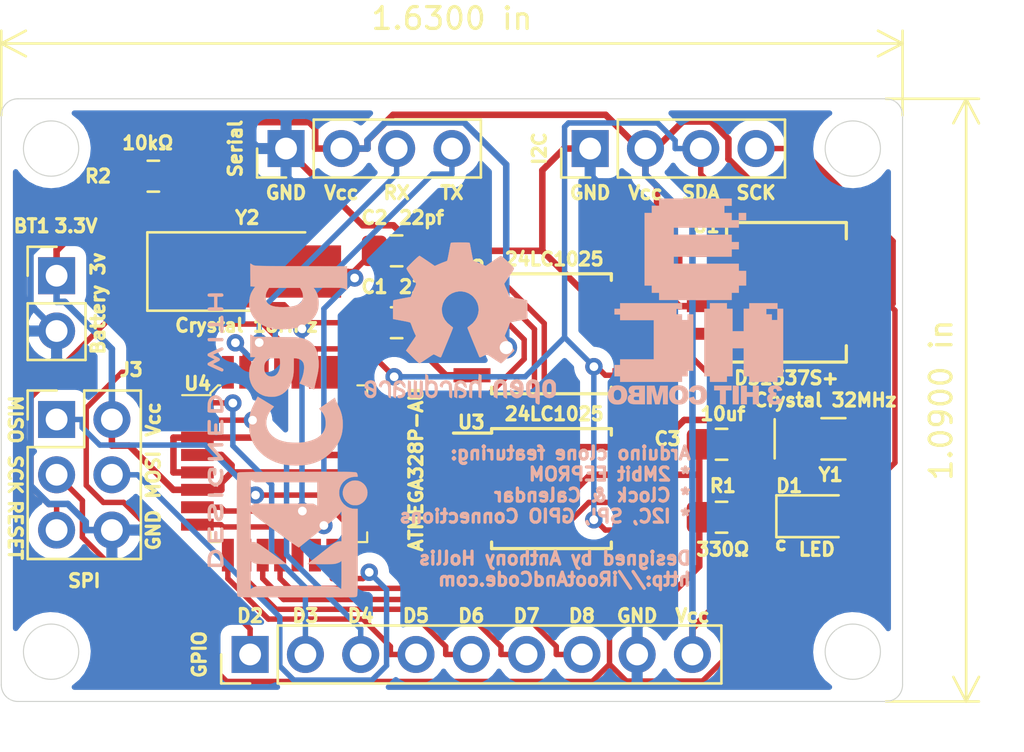
<source format=kicad_pcb>
(kicad_pcb (version 20171130) (host pcbnew "(5.1.2)-1")
  (title_block (title "Duino Clone") (date 2019-05-20) (rev 1) (company "3 Hit Combo") (comment 1 "Designed by Anthony Hollis"))
  (layers (0 F.Cu signal) (31 B.Cu mixed) (34 B.Paste user) (35 F.Paste user) (36 B.SilkS user) (37 F.SilkS user) (38 B.Mask user) (39 F.Mask user) (44 Edge.Cuts user))
  (net 0 "")
  (net 1 /Vcc)
  (net 2 GNDPWR)
  (net 3 "Net-(C1-Pad1)")
  (net 4 "Net-(C2-Pad1)")
  (net 5 "Net-(D1-Pad1)")
  (net 6 /SCK)
  (net 7 /D2)
  (net 8 /D3)
  (net 9 /D4)
  (net 10 /D5)
  (net 11 /D6)
  (net 12 /D7)
  (net 13 /D8)
  (net 14 /RX)
  (net 15 /TX)
  (net 16 /MISO)
  (net 17 /MOSI)
  (net 18 /RESET)
  (net 19 /SDA)
  (net 20 "Net-(U1-Pad1)")
  (net 21 "Net-(U1-Pad2)")
  (net 22 "Net-(U1-Pad7)")
  (net 23 /ADDS1)
  (net 24 /ADDS2)
  (net 25 "Net-(U4-Pad13)")
  (net 26 "Net-(U4-Pad14)")
  (net 27 "Net-(U4-Pad19)")
  (net 28 "Net-(U4-Pad22)")
  (net 29 "Net-(U4-Pad25)")
  (net 30 "Net-(U4-Pad26)")
  (net 31 "Net-(U4-Pad28)")
  (module Symbol:OSHW-Logo2_9.8x8mm_SilkScreen (layer B.Cu) (at 101.346 93.625715 180)
    (fp_text reference REF** hide)
    (fp_text value OSHW-Logo2_9.8x8mm_SilkScreen hide)
  )
  (module Symbol:KiCad-Logo2_6mm_SilkScreen (layer B.Cu) (at 94.107 98.553204 90)
    (fp_text reference REF** hide)
    (fp_text value KiCad-Logo2_6mm_SilkScreen hide)
  )
  (module "KiCad Graphics:3HitComboPCBLogo" (layer B.Cu) (at 112.141 92.71 180)
    (fp_text reference G*** hide)
    (fp_text value LOGO hide)
  )
  (module Connector_PinHeader_2.54mm:PinHeader_1x02_P2.54mm_Vertical (layer F.Cu) (at 82.804 91.44)
    (fp_text reference BT1 (at -1.143 -2.286) (layer F.SilkS) (effects (font (size 0.6 0.6))))
    (fp_text value "Battery 3v" (at 1.905 1.27 90) (layer F.SilkS) (effects (font (size 0.6 0.6))))
    (pad 1 thru_hole rect (at 0 0) (size 1.7 1.7) (drill 1) (layers *.Cu *.Mask) (net 1 /Vcc))
    (pad 2 thru_hole oval (at 0 2.54) (size 1.7 1.7) (drill 1) (layers *.Cu *.Mask) (net 2 GNDPWR))
  )
  (module Capacitor_SMD:C_0805_2012Metric_Pad1.15x1.40mm_HandSolder (layer F.Cu) (at 98.425 93.599)
    (fp_text reference C1 (at -1.016 -1.651) (layer F.SilkS) (effects (font (size 0.6 0.6))))
    (fp_text value 22pf (at 1.143 -1.651) (layer F.SilkS) (effects (font (size 0.6 0.6))))
    (pad 1 smd roundrect (at -1.025 0) (size 1.15 1.4) (layers F.Cu F.Paste F.Mask) (roundrect_rratio 0.217391) (net 3 "Net-(C1-Pad1)"))
    (pad 2 smd roundrect (at 1.025 0) (size 1.15 1.4) (layers F.Cu F.Paste F.Mask) (roundrect_rratio 0.217391) (net 2 GNDPWR))
  )
  (module Capacitor_SMD:C_0805_2012Metric_Pad1.15x1.40mm_HandSolder (layer F.Cu) (at 98.425 90.297)
    (fp_text reference C2 (at -1.016 -1.524) (layer F.SilkS) (effects (font (size 0.6 0.6))))
    (fp_text value 22pf (at 1.143 -1.524) (layer F.SilkS) (effects (font (size 0.6 0.6))))
    (pad 2 smd roundrect (at 1.025 0) (size 1.15 1.4) (layers F.Cu F.Paste F.Mask) (roundrect_rratio 0.217391) (net 2 GNDPWR))
    (pad 1 smd roundrect (at -1.025 0) (size 1.15 1.4) (layers F.Cu F.Paste F.Mask) (roundrect_rratio 0.217391) (net 4 "Net-(C2-Pad1)"))
  )
  (module Capacitor_SMD:C_0805_2012Metric_Pad1.15x1.40mm_HandSolder (layer F.Cu) (at 113.352 99.183 180)
    (fp_text reference C3 (at 2.481 0.25) (layer F.SilkS) (effects (font (size 0.6 0.6))))
    (fp_text value 10uf (at -0.059 1.393) (layer F.SilkS) (effects (font (size 0.6 0.6))))
    (pad 1 smd roundrect (at -1.025 0 180) (size 1.15 1.4) (layers F.Cu F.Paste F.Mask) (roundrect_rratio 0.217391) (net 1 /Vcc))
    (pad 2 smd roundrect (at 1.025 0 180) (size 1.15 1.4) (layers F.Cu F.Paste F.Mask) (roundrect_rratio 0.217391) (net 2 GNDPWR))
  )
  (module LED_SMD:LED_0805_2012Metric_Pad1.15x1.40mm_HandSolder (layer F.Cu) (at 117.729 102.489)
    (fp_text reference D1 (at -1.27 -1.397) (layer F.SilkS) (effects (font (size 0.6 0.6))))
    (fp_text value LED (at 0 1.524) (layer F.SilkS) (effects (font (size 0.6 0.6))))
    (pad 1 smd roundrect (at -1.025 0) (size 1.15 1.4) (layers F.Cu F.Paste F.Mask) (roundrect_rratio 0.217391) (net 5 "Net-(D1-Pad1)"))
    (pad 2 smd roundrect (at 1.025 0) (size 1.15 1.4) (layers F.Cu F.Paste F.Mask) (roundrect_rratio 0.217391) (net 6 /SCK))
  )
  (module Connector_PinHeader_2.54mm:PinHeader_1x09_P2.54mm_Vertical (layer F.Cu) (at 91.694 108.839 90)
    (fp_text reference GPIO (at 0 -2.33 90) (layer F.SilkS) (effects (font (size 0.6 0.6))))
    (fp_text value "Digital pins")
    (pad 1 thru_hole rect (at 0 0 90) (size 1.7 1.7) (drill 1) (layers *.Cu *.Mask) (net 7 /D2))
    (pad 2 thru_hole oval (at 0 2.54 90) (size 1.7 1.7) (drill 1) (layers *.Cu *.Mask) (net 8 /D3))
    (pad 3 thru_hole oval (at 0 5.08 90) (size 1.7 1.7) (drill 1) (layers *.Cu *.Mask) (net 9 /D4))
    (pad 4 thru_hole oval (at 0 7.62 90) (size 1.7 1.7) (drill 1) (layers *.Cu *.Mask) (net 10 /D5))
    (pad 5 thru_hole oval (at 0 10.16 90) (size 1.7 1.7) (drill 1) (layers *.Cu *.Mask) (net 11 /D6))
    (pad 6 thru_hole oval (at 0 12.7 90) (size 1.7 1.7) (drill 1) (layers *.Cu *.Mask) (net 12 /D7))
    (pad 7 thru_hole oval (at 0 15.24 90) (size 1.7 1.7) (drill 1) (layers *.Cu *.Mask) (net 13 /D8))
    (pad 8 thru_hole oval (at 0 17.78 90) (size 1.7 1.7) (drill 1) (layers *.Cu *.Mask) (net 2 GNDPWR))
    (pad 9 thru_hole oval (at 0 20.32 90) (size 1.7 1.7) (drill 1) (layers *.Cu *.Mask) (net 1 /Vcc))
  )
  (module Connector_PinHeader_2.54mm:PinHeader_1x04_P2.54mm_Vertical (layer F.Cu) (at 93.345 85.598 90)
    (fp_text reference Serial (at 0 -2.33 90) (layer F.SilkS) (effects (font (size 0.6 0.6))))
    (fp_text value Serial)
    (pad 1 thru_hole rect (at 0 0 90) (size 1.7 1.7) (drill 1) (layers *.Cu *.Mask) (net 2 GNDPWR))
    (pad 2 thru_hole oval (at 0 2.54 90) (size 1.7 1.7) (drill 1) (layers *.Cu *.Mask) (net 1 /Vcc))
    (pad 3 thru_hole oval (at 0 5.08 90) (size 1.7 1.7) (drill 1) (layers *.Cu *.Mask) (net 14 /RX))
    (pad 4 thru_hole oval (at 0 7.62 90) (size 1.7 1.7) (drill 1) (layers *.Cu *.Mask) (net 15 /TX))
  )
  (module Connector_PinHeader_2.54mm:PinHeader_2x03_P2.54mm_Vertical (layer F.Cu) (at 82.804 98.044)
    (fp_text reference J3 (at 3.429 -2.286) (layer F.SilkS) (effects (font (size 0.6 0.6))))
    (fp_text value SPI (at 1.27 7.41) (layer F.SilkS) (effects (font (size 0.6 0.6))))
    (pad 1 thru_hole rect (at 0 0) (size 1.7 1.7) (drill 1) (layers *.Cu *.Mask) (net 16 /MISO))
    (pad 2 thru_hole oval (at 2.54 0) (size 1.7 1.7) (drill 1) (layers *.Cu *.Mask) (net 1 /Vcc))
    (pad 3 thru_hole oval (at 0 2.54) (size 1.7 1.7) (drill 1) (layers *.Cu *.Mask) (net 6 /SCK))
    (pad 4 thru_hole oval (at 2.54 2.54) (size 1.7 1.7) (drill 1) (layers *.Cu *.Mask) (net 17 /MOSI))
    (pad 5 thru_hole oval (at 0 5.08) (size 1.7 1.7) (drill 1) (layers *.Cu *.Mask) (net 18 /RESET))
    (pad 6 thru_hole oval (at 2.54 5.08) (size 1.7 1.7) (drill 1) (layers *.Cu *.Mask) (net 2 GNDPWR))
  )
  (module Connector_PinHeader_2.54mm:PinHeader_1x04_P2.54mm_Vertical (layer F.Cu) (at 107.315 85.598 90)
    (fp_text reference I2C (at 0 -2.33 90) (layer F.SilkS) (effects (font (size 0.6 0.6))))
    (fp_text value I2C)
    (pad 4 thru_hole oval (at 0 7.62 90) (size 1.7 1.7) (drill 1) (layers *.Cu *.Mask) (net 6 /SCK))
    (pad 3 thru_hole oval (at 0 5.08 90) (size 1.7 1.7) (drill 1) (layers *.Cu *.Mask) (net 19 /SDA))
    (pad 2 thru_hole oval (at 0 2.54 90) (size 1.7 1.7) (drill 1) (layers *.Cu *.Mask) (net 1 /Vcc))
    (pad 1 thru_hole rect (at 0 0 90) (size 1.7 1.7) (drill 1) (layers *.Cu *.Mask) (net 2 GNDPWR))
  )
  (module Resistor_SMD:R_0805_2012Metric_Pad1.15x1.40mm_HandSolder (layer F.Cu) (at 113.352 102.534 180)
    (fp_text reference R1 (at -0.059 1.442) (layer F.SilkS) (effects (font (size 0.6 0.6))))
    (fp_text value 330Ω (at -0.059 -1.479) (layer F.SilkS) (effects (font (size 0.6 0.6))))
    (pad 1 smd roundrect (at -1.025 0 180) (size 1.15 1.4) (layers F.Cu F.Paste F.Mask) (roundrect_rratio 0.217391) (net 5 "Net-(D1-Pad1)"))
    (pad 2 smd roundrect (at 1.025 0 180) (size 1.15 1.4) (layers F.Cu F.Paste F.Mask) (roundrect_rratio 0.217391) (net 2 GNDPWR))
  )
  (module Resistor_SMD:R_0805_2012Metric_Pad1.15x1.40mm_HandSolder (layer F.Cu) (at 87.249 86.868 180)
    (fp_text reference R2 (at 2.54 0) (layer F.SilkS) (effects (font (size 0.6 0.6))))
    (fp_text value 10kΩ (at 0.254 1.524) (layer F.SilkS) (effects (font (size 0.6 0.6))))
    (pad 2 smd roundrect (at 1.025 0 180) (size 1.15 1.4) (layers F.Cu F.Paste F.Mask) (roundrect_rratio 0.217391) (net 1 /Vcc))
    (pad 1 smd roundrect (at -1.025 0 180) (size 1.15 1.4) (layers F.Cu F.Paste F.Mask) (roundrect_rratio 0.217391) (net 18 /RESET))
  )
  (module Package_SO:SO-8_5.3x6.2mm_P1.27mm (layer F.Cu) (at 116.332 92.202)
    (fp_text reference U1 (at -3.683 -3.048) (layer F.SilkS) (effects (font (size 0.6 0.6))))
    (fp_text value DS1337S+ (at 0 3.937) (layer F.SilkS) (effects (font (size 0.6 0.6))))
    (pad 1 smd rect (at -3.7 -1.905) (size 1.75 0.55) (layers F.Cu F.Paste F.Mask) (net 20 "Net-(U1-Pad1)"))
    (pad 2 smd rect (at -3.7 -0.635) (size 1.75 0.55) (layers F.Cu F.Paste F.Mask) (net 21 "Net-(U1-Pad2)"))
    (pad 3 smd rect (at -3.7 0.635) (size 1.75 0.55) (layers F.Cu F.Paste F.Mask) (net 1 /Vcc))
    (pad 4 smd rect (at -3.7 1.905) (size 1.75 0.55) (layers F.Cu F.Paste F.Mask) (net 2 GNDPWR))
    (pad 5 smd rect (at 3.7 1.905) (size 1.75 0.55) (layers F.Cu F.Paste F.Mask) (net 19 /SDA))
    (pad 6 smd rect (at 3.7 0.635) (size 1.75 0.55) (layers F.Cu F.Paste F.Mask) (net 6 /SCK))
    (pad 7 smd rect (at 3.7 -0.635) (size 1.75 0.55) (layers F.Cu F.Paste F.Mask) (net 22 "Net-(U1-Pad7)"))
    (pad 8 smd rect (at 3.7 -1.905) (size 1.75 0.55) (layers F.Cu F.Paste F.Mask) (net 1 /Vcc))
  )
  (module Package_SO:SOIJ-8_5.3x5.3mm_P1.27mm (layer F.Cu) (at 105.537 94.107)
    (fp_text reference U2 (at -3.683 -3.048) (layer F.SilkS) (effects (font (size 0.6 0.6))))
    (fp_text value 24LC1025 (at 0.127 -3.429) (layer F.SilkS) (effects (font (size 0.6 0.6))))
    (pad 1 smd rect (at -3.65 -1.905) (size 1.7 0.65) (layers F.Cu F.Paste F.Mask) (net 23 /ADDS1))
    (pad 2 smd rect (at -3.65 -0.635) (size 1.7 0.65) (layers F.Cu F.Paste F.Mask) (net 24 /ADDS2))
    (pad 3 smd rect (at -3.65 0.635) (size 1.7 0.65) (layers F.Cu F.Paste F.Mask) (net 1 /Vcc))
    (pad 4 smd rect (at -3.65 1.905) (size 1.7 0.65) (layers F.Cu F.Paste F.Mask) (net 2 GNDPWR))
    (pad 5 smd rect (at 3.65 1.905) (size 1.7 0.65) (layers F.Cu F.Paste F.Mask) (net 19 /SDA))
    (pad 6 smd rect (at 3.65 0.635) (size 1.7 0.65) (layers F.Cu F.Paste F.Mask) (net 6 /SCK))
    (pad 7 smd rect (at 3.65 -0.635) (size 1.7 0.65) (layers F.Cu F.Paste F.Mask) (net 2 GNDPWR))
    (pad 8 smd rect (at 3.65 -1.905) (size 1.7 0.65) (layers F.Cu F.Paste F.Mask) (net 1 /Vcc))
  )
  (module Package_SO:SOIJ-8_5.3x5.3mm_P1.27mm (layer F.Cu) (at 105.537 101.219)
    (fp_text reference U3 (at -3.683 -3.048) (layer F.SilkS) (effects (font (size 0.6 0.6))))
    (fp_text value 24LC1025 (at 0.127 -3.429) (layer F.SilkS) (effects (font (size 0.6 0.6))))
    (pad 8 smd rect (at 3.65 -1.905) (size 1.7 0.65) (layers F.Cu F.Paste F.Mask) (net 1 /Vcc))
    (pad 7 smd rect (at 3.65 -0.635) (size 1.7 0.65) (layers F.Cu F.Paste F.Mask) (net 2 GNDPWR))
    (pad 6 smd rect (at 3.65 0.635) (size 1.7 0.65) (layers F.Cu F.Paste F.Mask) (net 6 /SCK))
    (pad 5 smd rect (at 3.65 1.905) (size 1.7 0.65) (layers F.Cu F.Paste F.Mask) (net 19 /SDA))
    (pad 4 smd rect (at -3.65 1.905) (size 1.7 0.65) (layers F.Cu F.Paste F.Mask) (net 2 GNDPWR))
    (pad 3 smd rect (at -3.65 0.635) (size 1.7 0.65) (layers F.Cu F.Paste F.Mask) (net 1 /Vcc))
    (pad 2 smd rect (at -3.65 -0.635) (size 1.7 0.65) (layers F.Cu F.Paste F.Mask) (net 24 /ADDS2))
    (pad 1 smd rect (at -3.65 -1.905) (size 1.7 0.65) (layers F.Cu F.Paste F.Mask) (net 23 /ADDS1))
  )
  (module digikey-footprints:TQFP-32_7x7mm (layer F.Cu) (at 93.472 100.076)
    (fp_text reference U4 (at -4.191 -3.683) (layer F.SilkS) (effects (font (size 0.6 0.6))))
    (fp_text value ATMEGA328P-AU (at 5.842 0.254 90) (layer F.SilkS) (effects (font (size 0.6 0.6))))
    (pad 9 smd rect (at -2.8 4.2) (size 0.55 1.5) (layers F.Cu F.Paste F.Mask) (net 10 /D5))
    (pad 1 smd rect (at -4.2 -2.8) (size 1.5 0.55) (layers F.Cu F.Paste F.Mask) (net 8 /D3))
    (pad 2 smd rect (at -4.2 -2) (size 1.5 0.55) (layers F.Cu F.Paste F.Mask) (net 9 /D4))
    (pad 3 smd rect (at -4.2 -1.2) (size 1.5 0.55) (layers F.Cu F.Paste F.Mask) (net 2 GNDPWR))
    (pad 4 smd rect (at -4.2 -0.4) (size 1.5 0.55) (layers F.Cu F.Paste F.Mask) (net 1 /Vcc))
    (pad 5 smd rect (at -4.2 0.4) (size 1.5 0.55) (layers F.Cu F.Paste F.Mask) (net 2 GNDPWR))
    (pad 6 smd rect (at -4.2 1.2) (size 1.5 0.55) (layers F.Cu F.Paste F.Mask) (net 1 /Vcc))
    (pad 7 smd rect (at -4.2 2) (size 1.5 0.55) (layers F.Cu F.Paste F.Mask) (net 3 "Net-(C1-Pad1)"))
    (pad 8 smd rect (at -4.2 2.8) (size 1.5 0.55) (layers F.Cu F.Paste F.Mask) (net 4 "Net-(C2-Pad1)"))
    (pad 10 smd rect (at -2 4.2) (size 0.55 1.5) (layers F.Cu F.Paste F.Mask) (net 11 /D6))
    (pad 11 smd rect (at -1.2 4.2) (size 0.55 1.5) (layers F.Cu F.Paste F.Mask) (net 12 /D7))
    (pad 12 smd rect (at -0.4 4.2) (size 0.55 1.5) (layers F.Cu F.Paste F.Mask) (net 13 /D8))
    (pad 13 smd rect (at 0.4 4.2) (size 0.55 1.5) (layers F.Cu F.Paste F.Mask) (net 25 "Net-(U4-Pad13)"))
    (pad 14 smd rect (at 1.2 4.2) (size 0.55 1.5) (layers F.Cu F.Paste F.Mask) (net 26 "Net-(U4-Pad14)"))
    (pad 15 smd rect (at 2 4.2) (size 0.55 1.5) (layers F.Cu F.Paste F.Mask) (net 17 /MOSI))
    (pad 16 smd rect (at 2.8 4.2) (size 0.55 1.5) (layers F.Cu F.Paste F.Mask) (net 16 /MISO))
    (pad 17 smd rect (at 4.2 2.8) (size 1.5 0.55) (layers F.Cu F.Paste F.Mask) (net 6 /SCK))
    (pad 18 smd rect (at 4.2 2) (size 1.5 0.55) (layers F.Cu F.Paste F.Mask) (net 1 /Vcc))
    (pad 19 smd rect (at 4.2 1.2) (size 1.5 0.55) (layers F.Cu F.Paste F.Mask) (net 27 "Net-(U4-Pad19)"))
    (pad 20 smd rect (at 4.2 0.4) (size 1.5 0.55) (layers F.Cu F.Paste F.Mask) (net 1 /Vcc))
    (pad 21 smd rect (at 4.2 -0.4) (size 1.5 0.55) (layers F.Cu F.Paste F.Mask) (net 2 GNDPWR))
    (pad 22 smd rect (at 4.2 -1.2) (size 1.5 0.55) (layers F.Cu F.Paste F.Mask) (net 28 "Net-(U4-Pad22)"))
    (pad 23 smd rect (at 4.2 -2) (size 1.5 0.55) (layers F.Cu F.Paste F.Mask) (net 23 /ADDS1))
    (pad 24 smd rect (at 4.2 -2.8) (size 1.5 0.55) (layers F.Cu F.Paste F.Mask) (net 24 /ADDS2))
    (pad 25 smd rect (at 2.8 -4.2) (size 0.55 1.5) (layers F.Cu F.Paste F.Mask) (net 29 "Net-(U4-Pad25)"))
    (pad 26 smd rect (at 2 -4.2) (size 0.55 1.5) (layers F.Cu F.Paste F.Mask) (net 30 "Net-(U4-Pad26)"))
    (pad 27 smd rect (at 1.2 -4.2) (size 0.55 1.5) (layers F.Cu F.Paste F.Mask) (net 19 /SDA))
    (pad 28 smd rect (at 0.4 -4.2) (size 0.55 1.5) (layers F.Cu F.Paste F.Mask) (net 31 "Net-(U4-Pad28)"))
    (pad 29 smd rect (at -0.4 -4.2) (size 0.55 1.5) (layers F.Cu F.Paste F.Mask) (net 18 /RESET))
    (pad 30 smd rect (at -1.2 -4.2) (size 0.55 1.5) (layers F.Cu F.Paste F.Mask) (net 14 /RX))
    (pad 31 smd rect (at -2 -4.2) (size 0.55 1.5) (layers F.Cu F.Paste F.Mask) (net 15 /TX))
    (pad 32 smd rect (at -2.8 -4.2) (size 0.55 1.5) (layers F.Cu F.Paste F.Mask) (net 7 /D2))
  )
  (module Crystal:Crystal_SMD_MicroCrystal_CC7V-T1A-2Pin_3.2x1.5mm_HandSoldering (layer F.Cu) (at 118.491 98.933)
    (fp_text reference Y1 (at -0.127 1.651) (layer F.SilkS) (effects (font (size 0.6 0.6))))
    (fp_text value "Crystal 32MHz" (at -0.381 -1.778) (layer F.SilkS) (effects (font (size 0.6 0.6))))
    (pad 1 smd rect (at -1.625 0) (size 1.75 1.8) (layers F.Cu F.Paste F.Mask) (net 20 "Net-(U1-Pad1)"))
    (pad 2 smd rect (at 1.625 0) (size 1.75 1.8) (layers F.Cu F.Paste F.Mask) (net 21 "Net-(U1-Pad2)"))
  )
  (module Crystal:Crystal_SMD_5032-2Pin_5.0x3.2mm_HandSoldering (layer F.Cu) (at 91.523 91.247)
    (fp_text reference Y2 (at 0.044 -2.474) (layer F.SilkS) (effects (font (size 0.6 0.6))))
    (fp_text value "Crystal 16MHz" (at 0 2.479) (layer F.SilkS) (effects (font (size 0.6 0.6))))
    (pad 1 smd rect (at -2.6 0) (size 3.5 2.4) (layers F.Cu F.Paste F.Mask) (net 3 "Net-(C1-Pad1)"))
    (pad 2 smd rect (at 2.6 0) (size 3.5 2.4) (layers F.Cu F.Paste F.Mask) (net 4 "Net-(C2-Pad1)"))
  )
  (dimension 27.686 (width 0.12) (layer F.SilkS) (gr_text "27.686 mm" (at 125.857 97.155 270) (layer F.SilkS) (effects (font (size 1 1) (thickness 0.15)))) (feature1 (pts (xy 120.904 110.998) (xy 125.173421 110.998))) (feature2 (pts (xy 120.904 83.312) (xy 125.173421 83.312))) (crossbar (pts (xy 124.587 83.312) (xy 124.587 110.998))) (arrow1a (pts (xy 124.587 110.998) (xy 124.000579 109.871496))) (arrow1b (pts (xy 124.587 110.998) (xy 125.173421 109.871496))) (arrow2a (pts (xy 124.587 83.312) (xy 124.000579 84.438504))) (arrow2b (pts (xy 124.587 83.312) (xy 125.173421 84.438504))))
  (dimension 41.402 (width 0.12) (layer F.SilkS) (gr_text "41.402 mm" (at 100.965 79.502) (layer F.SilkS) (effects (font (size 1 1) (thickness 0.15)))) (feature1 (pts (xy 80.264 84.074) (xy 80.264 80.185579))) (feature2 (pts (xy 121.666 84.074) (xy 121.666 80.185579))) (crossbar (pts (xy 121.666 80.772) (xy 80.264 80.772))) (arrow1a (pts (xy 80.264 80.772) (xy 81.390504 80.185579))) (arrow1b (pts (xy 80.264 80.772) (xy 81.390504 81.358421))) (arrow2a (pts (xy 121.666 80.772) (xy 120.539496 80.185579))) (arrow2b (pts (xy 121.666 80.772) (xy 120.539496 81.358421))))
  (gr_text "Arduino clone featuring:\n* 2Mbit EEPROM\n* Clock & Calendar\n* I2C, SPI, GPIO Connections\n\nDesigned by Anthony Hollis\nhttp://iRootAndCode.com" (at 112.014 102.489) (layer B.SilkS) (effects (font (size 0.6 0.6)) (justify left mirror)))
  (gr_text c (at 116.078 103.759) (layer F.SilkS) (effects (font (size 0.6 0.6))))
  (gr_text Vcc (at 112.014 107.061) (layer F.SilkS) (effects (font (size 0.6 0.6))))
  (gr_text GND (at 109.474 107.061) (layer F.SilkS) (effects (font (size 0.6 0.6))))
  (gr_text D8 (at 106.934 107.061) (layer F.SilkS) (effects (font (size 0.6 0.6))))
  (gr_text D7 (at 104.394 107.061) (layer F.SilkS) (effects (font (size 0.6 0.6))))
  (gr_text D6 (at 101.854 107.061) (layer F.SilkS) (effects (font (size 0.6 0.6))))
  (gr_text D5 (at 99.314 107.061) (layer F.SilkS) (effects (font (size 0.6 0.6))))
  (gr_text D4 (at 96.774 107.061) (layer F.SilkS) (effects (font (size 0.6 0.6))))
  (gr_text D3 (at 94.234 107.061) (layer F.SilkS) (effects (font (size 0.6 0.6))))
  (gr_text D2 (at 91.694 107.061) (layer F.SilkS) (effects (font (size 0.6 0.6))))
  (gr_text RESET (at 80.899 103.124 270) (layer F.SilkS) (effects (font (size 0.6 0.6))))
  (gr_text SCK (at 80.899 100.584 270) (layer F.SilkS) (effects (font (size 0.6 0.6))))
  (gr_text MISO (at 80.899 98.044 270) (layer F.SilkS) (effects (font (size 0.6 0.6))))
  (gr_text GND (at 87.249 103.124 90) (layer F.SilkS) (effects (font (size 0.6 0.6))))
  (gr_text Vcc (at 87.249 98.044 90) (layer F.SilkS) (effects (font (size 0.6 0.6))))
  (gr_text MOSI (at 87.249 100.584 90) (layer F.SilkS) (effects (font (size 0.6 0.6))))
  (gr_text 3.3V (at 83.693 89.154) (layer F.SilkS) (effects (font (size 0.6 0.6))))
  (gr_text SCK (at 114.935 87.63) (layer F.SilkS) (effects (font (size 0.6 0.6))))
  (gr_text SDA (at 112.395 87.63) (layer F.SilkS) (effects (font (size 0.6 0.6))))
  (gr_text Vcc (at 109.855 87.63) (layer F.SilkS) (effects (font (size 0.6 0.6))))
  (gr_text GND (at 107.315 87.63) (layer F.SilkS) (effects (font (size 0.6 0.6))))
  (gr_text TX (at 100.965 87.63) (layer F.SilkS) (effects (font (size 0.6 0.6))))
  (gr_text RX (at 98.425 87.63) (layer F.SilkS) (effects (font (size 0.6 0.6))))
  (gr_text Vcc (at 95.885 87.63) (layer F.SilkS) (effects (font (size 0.6 0.6))))
  (gr_text GND (at 93.345 87.63) (layer F.SilkS) (effects (font (size 0.6 0.6))))
  (gr_circle (center 119.38 85.598) (end 118.11 85.598) (layer Edge.Cuts) (width 0.05))
  (gr_circle (center 119.38 108.712) (end 118.11 108.712) (layer Edge.Cuts) (width 0.05))
  (gr_circle (center 82.55 108.712) (end 81.28 108.712) (layer Edge.Cuts) (width 0.05))
  (gr_circle (center 82.55 85.598) (end 81.28 85.598) (layer Edge.Cuts) (width 0.05))
  (gr_line (start 121.666 110.236) (end 121.666 84.074) (layer Edge.Cuts) (width 0.05))
  (gr_line (start 81.026 110.998) (end 120.904 110.998) (layer Edge.Cuts) (width 0.05))
  (gr_line (start 80.264 84.074) (end 80.264 110.236) (layer Edge.Cuts) (width 0.05))
  (gr_line (start 120.904 83.312) (end 81.026 83.312) (layer Edge.Cuts) (width 0.05))
  (gr_arc (start 120.904 84.074) (end 121.666 84.074) (angle -90) (layer Edge.Cuts) (width 0.05))
  (gr_arc (start 120.904 110.236) (end 120.904 110.998) (angle -90) (layer Edge.Cuts) (width 0.05))
  (gr_arc (start 81.026 110.236) (end 80.264 110.236) (angle -90) (layer Edge.Cuts) (width 0.05))
  (gr_arc (start 81.026 84.074) (end 81.026 83.312) (angle -90) (layer Edge.Cuts) (width 0.05))
  (segment (start 89.272 101.276) (end 90.3723 101.276) (width 0.3) (layer F.Cu) (net 1))
  (segment (start 90.84 100.476) (end 90.3723 100.9437) (width 0.3) (layer F.Cu) (net 1))
  (segment (start 90.3723 100.9437) (end 90.3723 101.276) (width 0.3) (layer F.Cu) (net 1))
  (segment (start 90.3723 99.676) (end 90.84 100.1437) (width 0.3) (layer F.Cu) (net 1))
  (segment (start 90.84 100.1437) (end 90.84 100.476) (width 0.3) (layer F.Cu) (net 1))
  (segment (start 90.84 100.476) (end 96.5717 100.476) (width 0.3) (layer F.Cu) (net 1))
  (segment (start 85.344 98.044) (end 85.344 99.2443) (width 0.3) (layer F.Cu) (net 1))
  (segment (start 89.272 101.276) (end 88.1717 101.276) (width 0.3) (layer F.Cu) (net 1))
  (segment (start 88.1717 101.276) (end 86.14 99.2443) (width 0.3) (layer F.Cu) (net 1))
  (segment (start 86.14 99.2443) (end 85.344 99.2443) (width 0.3) (layer F.Cu) (net 1))
  (segment (start 96.5717 100.476) (end 96.5717 102.076) (width 0.3) (layer F.Cu) (net 1))
  (segment (start 97.672 102.076) (end 96.5717 102.076) (width 0.3) (layer F.Cu) (net 1))
  (segment (start 109.187 99.314) (end 110.3873 99.314) (width 0.3) (layer F.Cu) (net 1))
  (segment (start 114.182 99.378) (end 112.8708 98.0668) (width 0.3) (layer F.Cu) (net 1))
  (segment (start 112.8708 98.0668) (end 111.6345 98.0668) (width 0.3) (layer F.Cu) (net 1))
  (segment (start 111.6345 98.0668) (end 110.3873 99.314) (width 0.3) (layer F.Cu) (net 1))
  (segment (start 114.182 99.378) (end 113.352 100.208) (width 0.3) (layer F.Cu) (net 1))
  (segment (start 113.352 100.208) (end 113.352 106.3007) (width 0.3) (layer F.Cu) (net 1))
  (segment (start 113.352 106.3007) (end 112.014 107.6387) (width 0.3) (layer F.Cu) (net 1))
  (segment (start 114.377 99.183) (end 114.182 99.378) (width 0.3) (layer F.Cu) (net 1))
  (segment (start 109.855 85.598) (end 109.855 86.7983) (width 0.3) (layer B.Cu) (net 1))
  (segment (start 109.855 86.7983) (end 112.014 88.9573) (width 0.3) (layer B.Cu) (net 1))
  (segment (start 112.014 88.9573) (end 112.014 108.839) (width 0.3) (layer B.Cu) (net 1))
  (segment (start 108.887 99.314) (end 109.187 99.314) (width 0.3) (layer F.Cu) (net 1))
  (segment (start 89.272 99.676) (end 90.3723 99.676) (width 0.3) (layer F.Cu) (net 1))
  (segment (start 108.887 99.314) (end 107.9867 99.314) (width 0.3) (layer F.Cu) (net 1))
  (segment (start 103.0873 94.742) (end 103.4591 94.742) (width 0.3) (layer F.Cu) (net 1))
  (segment (start 97.0853 85.598) (end 97.0853 85.2147) (width 0.3) (layer B.Cu) (net 1))
  (segment (start 97.0853 85.2147) (end 97.9023 84.3977) (width 0.3) (layer B.Cu) (net 1))
  (segment (start 97.9023 84.3977) (end 101.5213 84.3977) (width 0.3) (layer B.Cu) (net 1))
  (segment (start 101.5213 84.3977) (end 103.4591 86.3355) (width 0.3) (layer B.Cu) (net 1))
  (segment (start 103.4591 86.3355) (end 103.4591 94.742) (width 0.3) (layer B.Cu) (net 1))
  (segment (start 109.9532 85.9748) (end 111.5713 84.3567) (width 0.3) (layer F.Cu) (net 1))
  (segment (start 111.5713 84.3567) (end 112.8636 84.3567) (width 0.3) (layer F.Cu) (net 1))
  (segment (start 112.8636 84.3567) (end 113.665 85.1581) (width 0.3) (layer F.Cu) (net 1))
  (segment (start 113.665 85.1581) (end 113.665 86.0807) (width 0.3) (layer F.Cu) (net 1))
  (segment (start 113.665 86.0807) (end 117.8813 90.297) (width 0.3) (layer F.Cu) (net 1))
  (segment (start 117.8813 90.297) (end 120.032 90.297) (width 0.3) (layer F.Cu) (net 1))
  (segment (start 109.855 86.073) (end 109.9532 85.9748) (width 0.3) (layer F.Cu) (net 1))
  (segment (start 109.9532 85.9748) (end 108.0252 84.0469) (width 0.3) (layer F.Cu) (net 1))
  (segment (start 108.0252 84.0469) (end 98.2633 84.0469) (width 0.3) (layer F.Cu) (net 1))
  (segment (start 98.2633 84.0469) (end 97.0853 85.2249) (width 0.3) (layer F.Cu) (net 1))
  (segment (start 97.0853 85.2249) (end 97.0853 85.598) (width 0.3) (layer F.Cu) (net 1))
  (segment (start 95.885 85.598) (end 97.0853 85.598) (width 0.3) (layer F.Cu) (net 1))
  (segment (start 109.855 86.073) (end 109.855 86.7983) (width 0.3) (layer F.Cu) (net 1))
  (segment (start 109.855 85.598) (end 109.855 86.073) (width 0.3) (layer F.Cu) (net 1))
  (segment (start 95.885 85.598) (end 97.0853 85.598) (width 0.3) (layer B.Cu) (net 1))
  (segment (start 101.887 94.742) (end 103.0873 94.742) (width 0.3) (layer F.Cu) (net 1))
  (segment (start 103.0873 101.854) (end 105.6273 99.314) (width 0.3) (layer F.Cu) (net 1))
  (segment (start 105.6273 99.314) (end 107.9867 99.314) (width 0.3) (layer F.Cu) (net 1))
  (segment (start 82.804 91.44) (end 82.804 92.6403) (width 0.3) (layer B.Cu) (net 1))
  (segment (start 82.804 92.6403) (end 83.1791 92.6403) (width 0.3) (layer B.Cu) (net 1))
  (segment (start 83.1791 92.6403) (end 85.344 94.8052) (width 0.3) (layer B.Cu) (net 1))
  (segment (start 85.344 94.8052) (end 85.344 98.044) (width 0.3) (layer B.Cu) (net 1))
  (segment (start 86.224 86.868) (end 88.7068 84.3852) (width 0.3) (layer F.Cu) (net 1))
  (segment (start 88.7068 84.3852) (end 94.4086 84.3852) (width 0.3) (layer F.Cu) (net 1))
  (segment (start 94.4086 84.3852) (end 94.6847 84.6613) (width 0.3) (layer F.Cu) (net 1))
  (segment (start 94.6847 84.6613) (end 94.6847 85.598) (width 0.3) (layer F.Cu) (net 1))
  (segment (start 82.804 90.2397) (end 82.8523 90.2397) (width 0.3) (layer F.Cu) (net 1))
  (segment (start 82.8523 90.2397) (end 86.224 86.868) (width 0.3) (layer F.Cu) (net 1))
  (segment (start 95.885 85.598) (end 94.6847 85.598) (width 0.3) (layer F.Cu) (net 1))
  (segment (start 110.3873 92.202) (end 110.3873 87.3306) (width 0.3) (layer F.Cu) (net 1))
  (segment (start 110.3873 87.3306) (end 109.855 86.7983) (width 0.3) (layer F.Cu) (net 1))
  (segment (start 82.804 91.44) (end 82.804 90.2397) (width 0.3) (layer F.Cu) (net 1))
  (segment (start 110.3873 92.202) (end 110.7717 92.202) (width 0.3) (layer F.Cu) (net 1))
  (segment (start 110.7717 92.202) (end 111.4067 92.837) (width 0.3) (layer F.Cu) (net 1))
  (segment (start 112.632 92.837) (end 111.4067 92.837) (width 0.3) (layer F.Cu) (net 1))
  (segment (start 109.187 92.202) (end 110.3873 92.202) (width 0.3) (layer F.Cu) (net 1))
  (segment (start 97.672 100.476) (end 96.5717 100.476) (width 0.3) (layer F.Cu) (net 1))
  (segment (start 101.887 101.854) (end 103.0873 101.854) (width 0.3) (layer F.Cu) (net 1))
  (segment (start 112.014 108.839) (end 112.014 107.6387) (width 0.3) (layer F.Cu) (net 1))
  (via (at 103.4591 94.742) (size 1) (drill 0.6) (layers F.Cu B.Cu) (net 1))
  (segment (start 82.804 93.98) (end 82.804 95.1803) (width 0.3) (layer B.Cu) (net 2))
  (segment (start 85.344 103.124) (end 84.1437 103.124) (width 0.3) (layer B.Cu) (net 2))
  (segment (start 84.1437 103.124) (end 84.1437 102.7488) (width 0.3) (layer B.Cu) (net 2))
  (segment (start 84.1437 102.7488) (end 83.3186 101.9237) (width 0.3) (layer B.Cu) (net 2))
  (segment (start 83.3186 101.9237) (end 82.4453 101.9237) (width 0.3) (layer B.Cu) (net 2))
  (segment (start 82.4453 101.9237) (end 81.6036 101.082) (width 0.3) (layer B.Cu) (net 2))
  (segment (start 81.6036 101.082) (end 81.6036 96.3807) (width 0.3) (layer B.Cu) (net 2))
  (segment (start 81.6036 96.3807) (end 82.804 95.1803) (width 0.3) (layer B.Cu) (net 2))
  (segment (start 93.345 85.598) (end 86.4326 85.598) (width 0.3) (layer B.Cu) (net 2))
  (segment (start 86.4326 85.598) (end 81.6036 90.427) (width 0.3) (layer B.Cu) (net 2))
  (segment (start 81.6036 90.427) (end 81.6036 92.7796) (width 0.3) (layer B.Cu) (net 2))
  (segment (start 81.6036 92.7796) (end 82.804 93.98) (width 0.3) (layer B.Cu) (net 2))
  (segment (start 101.887 103.124) (end 100.6867 103.124) (width 0.3) (layer F.Cu) (net 2))
  (segment (start 97.672 99.676) (end 98.7723 99.676) (width 0.3) (layer F.Cu) (net 2))
  (segment (start 98.7723 99.676) (end 98.7723 101.2096) (width 0.3) (layer F.Cu) (net 2))
  (segment (start 98.7723 101.2096) (end 100.6867 103.124) (width 0.3) (layer F.Cu) (net 2))
  (segment (start 89.272 98.876) (end 91.9615 98.876) (width 0.3) (layer F.Cu) (net 2))
  (segment (start 91.9615 98.876) (end 92.7615 99.676) (width 0.3) (layer F.Cu) (net 2))
  (segment (start 92.7615 99.676) (end 97.672 99.676) (width 0.3) (layer F.Cu) (net 2))
  (segment (start 107.315 85.598) (end 107.315 86.7983) (width 0.3) (layer B.Cu) (net 2))
  (segment (start 89.272 100.476) (end 88.1717 100.476) (width 0.3) (layer F.Cu) (net 2))
  (segment (start 89.272 98.876) (end 88.1717 98.876) (width 0.3) (layer F.Cu) (net 2))
  (segment (start 88.1717 98.876) (end 88.1717 100.476) (width 0.3) (layer F.Cu) (net 2))
  (segment (start 109.474 107.6387) (end 109.474 88.9573) (width 0.3) (layer B.Cu) (net 2))
  (segment (start 109.474 88.9573) (end 107.315 86.7983) (width 0.3) (layer B.Cu) (net 2))
  (segment (start 112.327 100.584) (end 112.327 99.183) (width 0.3) (layer F.Cu) (net 2))
  (segment (start 112.327 102.534) (end 112.327 100.584) (width 0.3) (layer F.Cu) (net 2))
  (segment (start 112.327 100.584) (end 110.3873 100.584) (width 0.3) (layer F.Cu) (net 2))
  (segment (start 109.187 100.584) (end 110.3873 100.584) (width 0.3) (layer F.Cu) (net 2))
  (segment (start 109.474 108.839) (end 109.474 107.6387) (width 0.3) (layer B.Cu) (net 2))
  (segment (start 112.5046 94.107) (end 112.632 94.107) (width 0.3) (layer F.Cu) (net 2))
  (segment (start 112.5046 94.107) (end 111.4067 94.107) (width 0.3) (layer F.Cu) (net 2))
  (segment (start 101.887 96.012) (end 100.6867 96.012) (width 0.3) (layer F.Cu) (net 2))
  (segment (start 99.45 93.599) (end 99.45 94.7753) (width 0.3) (layer F.Cu) (net 2))
  (segment (start 99.45 94.7753) (end 100.6867 96.012) (width 0.3) (layer F.Cu) (net 2))
  (segment (start 99.45 90.297) (end 99.45 93.599) (width 0.3) (layer F.Cu) (net 2))
  (segment (start 93.345 85.598) (end 96.8691 89.1221) (width 0.3) (layer F.Cu) (net 2))
  (segment (start 96.8691 89.1221) (end 98.2751 89.1221) (width 0.3) (layer F.Cu) (net 2))
  (segment (start 98.2751 89.1221) (end 99.45 90.297) (width 0.3) (layer F.Cu) (net 2))
  (segment (start 109.474 107.6387) (end 112.327 104.7857) (width 0.3) (layer F.Cu) (net 2))
  (segment (start 112.327 104.7857) (end 112.327 102.534) (width 0.3) (layer F.Cu) (net 2))
  (segment (start 109.187 93.472) (end 107.9867 93.472) (width 0.3) (layer F.Cu) (net 2))
  (segment (start 105.1176 90.297) (end 99.45 90.297) (width 0.3) (layer F.Cu) (net 2))
  (segment (start 107.9867 93.472) (end 107.9867 93.1661) (width 0.3) (layer F.Cu) (net 2))
  (segment (start 107.9867 93.1661) (end 105.1176 90.297) (width 0.3) (layer F.Cu) (net 2))
  (segment (start 106.1147 85.598) (end 105.1176 86.5951) (width 0.3) (layer F.Cu) (net 2))
  (segment (start 105.1176 86.5951) (end 105.1176 90.297) (width 0.3) (layer F.Cu) (net 2))
  (segment (start 111.4067 94.107) (end 110.7717 93.472) (width 0.3) (layer F.Cu) (net 2))
  (segment (start 110.7717 93.472) (end 109.187 93.472) (width 0.3) (layer F.Cu) (net 2))
  (segment (start 107.315 85.598) (end 106.1147 85.598) (width 0.3) (layer F.Cu) (net 2))
  (segment (start 101.887 103.124) (end 104.7849 103.124) (width 0.3) (layer F.Cu) (net 2))
  (segment (start 104.7849 103.124) (end 107.3249 100.584) (width 0.3) (layer F.Cu) (net 2))
  (segment (start 107.3249 100.584) (end 109.187 100.584) (width 0.3) (layer F.Cu) (net 2))
  (segment (start 109.474 108.839) (end 109.474 107.6387) (width 0.3) (layer F.Cu) (net 2))
  (segment (start 94.0775 93.599) (end 94.0775 93.8807) (width 0.25) (layer F.Cu) (net 3))
  (segment (start 94.0933 102.2491) (end 94.0775 102.2333) (width 0.25) (layer B.Cu) (net 3))
  (segment (start 94.0775 102.2333) (end 94.0775 93.8807) (width 0.25) (layer B.Cu) (net 3))
  (segment (start 94.0775 93.599) (end 93.2508 92.7723) (width 0.25) (layer F.Cu) (net 3))
  (segment (start 93.2508 92.7723) (end 88.923 92.7723) (width 0.25) (layer F.Cu) (net 3))
  (segment (start 97.4 93.599) (end 94.0775 93.599) (width 0.25) (layer F.Cu) (net 3))
  (segment (start 89.272 102.076) (end 90.3473 102.076) (width 0.25) (layer F.Cu) (net 3))
  (segment (start 94.0933 102.2491) (end 90.5204 102.2491) (width 0.25) (layer F.Cu) (net 3))
  (segment (start 90.5204 102.2491) (end 90.3473 102.076) (width 0.25) (layer F.Cu) (net 3))
  (segment (start 88.923 91.247) (end 88.923 92.7723) (width 0.25) (layer F.Cu) (net 3))
  (via (at 94.0933 102.2491) (size 0.8) (layers F.Cu B.Cu) (net 3))
  (via (at 94.0775 93.8807) (size 0.8) (layers F.Cu B.Cu) (net 3))
  (segment (start 96.4951 91.5438) (end 96.1983 91.247) (width 0.25) (layer F.Cu) (net 4))
  (segment (start 95.083 102.9141) (end 95.083 92.9559) (width 0.25) (layer B.Cu) (net 4))
  (segment (start 95.083 92.9559) (end 96.4951 91.5438) (width 0.25) (layer B.Cu) (net 4))
  (segment (start 89.272 102.876) (end 90.3473 102.876) (width 0.25) (layer F.Cu) (net 4))
  (segment (start 90.3473 102.876) (end 90.4516 102.9803) (width 0.25) (layer F.Cu) (net 4))
  (segment (start 90.4516 102.9803) (end 95.0168 102.9803) (width 0.25) (layer F.Cu) (net 4))
  (segment (start 95.0168 102.9803) (end 95.083 102.9141) (width 0.25) (layer F.Cu) (net 4))
  (segment (start 96.1983 91.247) (end 96.45 91.247) (width 0.25) (layer F.Cu) (net 4))
  (segment (start 96.45 91.247) (end 97.4 90.297) (width 0.25) (layer F.Cu) (net 4))
  (segment (start 94.123 91.247) (end 96.1983 91.247) (width 0.25) (layer F.Cu) (net 4))
  (via (at 96.4951 91.5438) (size 0.8) (layers F.Cu B.Cu) (net 4))
  (via (at 95.083 102.9141) (size 0.8) (layers F.Cu B.Cu) (net 4))
  (segment (start 116.704 102.489) (end 114.422 102.489) (width 0.25) (layer F.Cu) (net 5))
  (segment (start 114.422 102.489) (end 114.377 102.534) (width 0.25) (layer F.Cu) (net 5))
  (segment (start 108.204 109.286) (end 108.9782 110.0602) (width 0.25) (layer F.Cu) (net 6))
  (segment (start 108.9782 110.0602) (end 112.4811 110.0602) (width 0.25) (layer F.Cu) (net 6))
  (segment (start 112.4811 110.0602) (end 118.754 103.7873) (width 0.25) (layer F.Cu) (net 6))
  (segment (start 118.754 103.7873) (end 118.754 102.489) (width 0.25) (layer F.Cu) (net 6))
  (segment (start 105.5913 103.8244) (end 108.204 106.4371) (width 0.25) (layer F.Cu) (net 6))
  (segment (start 108.204 106.4371) (end 108.204 109.286) (width 0.25) (layer F.Cu) (net 6))
  (segment (start 108.204 109.286) (end 107.4122 110.0778) (width 0.25) (layer F.Cu) (net 6))
  (segment (start 107.4122 110.0778) (end 90.614 110.0778) (width 0.25) (layer F.Cu) (net 6))
  (segment (start 90.614 110.0778) (end 83.9898 103.4536) (width 0.25) (layer F.Cu) (net 6))
  (segment (start 83.9898 103.4536) (end 83.9898 101.7698) (width 0.25) (layer F.Cu) (net 6))
  (segment (start 83.9898 101.7698) (end 82.804 100.584) (width 0.25) (layer F.Cu) (net 6))
  (segment (start 105.5913 103.8244) (end 99.6957 103.8244) (width 0.25) (layer F.Cu) (net 6))
  (segment (start 99.6957 103.8244) (end 98.7473 102.876) (width 0.25) (layer F.Cu) (net 6))
  (segment (start 108.0117 101.854) (end 107.2552 101.854) (width 0.25) (layer F.Cu) (net 6))
  (segment (start 107.2552 101.854) (end 105.5913 103.5179) (width 0.25) (layer F.Cu) (net 6))
  (segment (start 105.5913 103.5179) (end 105.5913 103.8244) (width 0.25) (layer F.Cu) (net 6))
  (segment (start 118.754 100.8579) (end 116.5394 100.8579) (width 0.25) (layer F.Cu) (net 6))
  (segment (start 116.5394 100.8579) (end 115.6656 99.9841) (width 0.25) (layer F.Cu) (net 6))
  (segment (start 115.6656 99.9841) (end 115.6656 98.8641) (width 0.25) (layer F.Cu) (net 6))
  (segment (start 115.6656 98.8641) (end 111.5435 94.742) (width 0.25) (layer F.Cu) (net 6))
  (segment (start 111.5435 94.742) (end 109.187 94.742) (width 0.25) (layer F.Cu) (net 6))
  (segment (start 121.1197 92.837) (end 121.3163 93.0336) (width 0.25) (layer F.Cu) (net 6))
  (segment (start 121.3163 93.0336) (end 121.3163 100.0279) (width 0.25) (layer F.Cu) (net 6))
  (segment (start 121.3163 100.0279) (end 120.4863 100.8579) (width 0.25) (layer F.Cu) (net 6))
  (segment (start 120.4863 100.8579) (end 118.754 100.8579) (width 0.25) (layer F.Cu) (net 6))
  (segment (start 118.754 100.8579) (end 118.754 102.489) (width 0.25) (layer F.Cu) (net 6))
  (segment (start 109.187 101.854) (end 108.0117 101.854) (width 0.25) (layer F.Cu) (net 6))
  (segment (start 120.5972 92.837) (end 121.1197 92.837) (width 0.25) (layer F.Cu) (net 6))
  (segment (start 120.032 92.837) (end 120.3612 92.837) (width 0.25) (layer F.Cu) (net 6))
  (segment (start 120.3612 92.837) (end 120.5972 92.837) (width 0.25) (layer F.Cu) (net 6))
  (segment (start 121.1197 92.837) (end 121.2323 92.7244) (width 0.25) (layer F.Cu) (net 6))
  (segment (start 121.2323 92.7244) (end 121.2323 89.8506) (width 0.25) (layer F.Cu) (net 6))
  (segment (start 121.2323 89.8506) (end 116.9797 85.598) (width 0.25) (layer F.Cu) (net 6))
  (segment (start 116.9797 85.598) (end 114.935 85.598) (width 0.25) (layer F.Cu) (net 6))
  (segment (start 97.672 102.876) (end 98.7473 102.876) (width 0.25) (layer F.Cu) (net 6))
  (segment (start 91.694 108.839) (end 91.694 107.6637) (width 0.25) (layer F.Cu) (net 7))
  (segment (start 90.672 95.876) (end 85.807 95.876) (width 0.25) (layer F.Cu) (net 7))
  (segment (start 85.807 95.876) (end 84.1658 97.5172) (width 0.25) (layer F.Cu) (net 7))
  (segment (start 84.1658 97.5172) (end 84.1658 101.0685) (width 0.25) (layer F.Cu) (net 7))
  (segment (start 84.1658 101.0685) (end 84.9513 101.854) (width 0.25) (layer F.Cu) (net 7))
  (segment (start 84.9513 101.854) (end 85.8843 101.854) (width 0.25) (layer F.Cu) (net 7))
  (segment (start 85.8843 101.854) (end 91.694 107.6637) (width 0.25) (layer F.Cu) (net 7))
  (segment (start 89.272 97.276) (end 90.3473 97.276) (width 0.25) (layer F.Cu) (net 8))
  (segment (start 90.9009 97.2885) (end 90.9009 99.2502) (width 0.25) (layer B.Cu) (net 8))
  (segment (start 90.9009 99.2502) (end 92.6833 101.0326) (width 0.25) (layer B.Cu) (net 8))
  (segment (start 92.6833 101.0326) (end 92.6833 104.2099) (width 0.25) (layer B.Cu) (net 8))
  (segment (start 92.6833 104.2099) (end 94.234 105.7606) (width 0.25) (layer B.Cu) (net 8))
  (segment (start 94.234 105.7606) (end 94.234 108.839) (width 0.25) (layer B.Cu) (net 8))
  (segment (start 90.3473 97.276) (end 90.3598 97.2885) (width 0.25) (layer F.Cu) (net 8))
  (segment (start 90.3598 97.2885) (end 90.9009 97.2885) (width 0.25) (layer F.Cu) (net 8))
  (via (at 90.9009 97.2885) (size 0.8) (layers F.Cu B.Cu) (net 8))
  (segment (start 89.272 98.076) (end 91.8047 98.076) (width 0.25) (layer F.Cu) (net 9))
  (segment (start 96.774 107.6637) (end 93.368 104.2577) (width 0.25) (layer B.Cu) (net 9))
  (segment (start 93.368 104.2577) (end 93.368 99.6393) (width 0.25) (layer B.Cu) (net 9))
  (segment (start 93.368 99.6393) (end 91.8047 98.076) (width 0.25) (layer B.Cu) (net 9))
  (segment (start 96.774 108.839) (end 96.774 107.6637) (width 0.25) (layer B.Cu) (net 9))
  (via (at 91.8047 98.076) (size 0.8) (layers F.Cu B.Cu) (net 9))
  (segment (start 98.1387 108.839) (end 98.1387 108.4716) (width 0.25) (layer F.Cu) (net 10))
  (segment (start 98.1387 108.4716) (end 96.8805 107.2134) (width 0.25) (layer F.Cu) (net 10))
  (segment (start 96.8805 107.2134) (end 92.5341 107.2134) (width 0.25) (layer F.Cu) (net 10))
  (segment (start 92.5341 107.2134) (end 90.672 105.3513) (width 0.25) (layer F.Cu) (net 10))
  (segment (start 99.314 108.839) (end 98.1387 108.839) (width 0.25) (layer F.Cu) (net 10))
  (segment (start 90.672 104.276) (end 90.672 105.3513) (width 0.25) (layer F.Cu) (net 10))
  (segment (start 100.6787 108.839) (end 100.6787 108.4717) (width 0.25) (layer F.Cu) (net 11))
  (segment (start 100.6787 108.4717) (end 98.9701 106.7631) (width 0.25) (layer F.Cu) (net 11))
  (segment (start 98.9701 106.7631) (end 92.8838 106.7631) (width 0.25) (layer F.Cu) (net 11))
  (segment (start 92.8838 106.7631) (end 91.472 105.3513) (width 0.25) (layer F.Cu) (net 11))
  (segment (start 101.854 108.839) (end 100.6787 108.839) (width 0.25) (layer F.Cu) (net 11))
  (segment (start 91.472 104.276) (end 91.472 105.3513) (width 0.25) (layer F.Cu) (net 11))
  (segment (start 103.2187 108.839) (end 103.2187 108.4717) (width 0.25) (layer F.Cu) (net 12))
  (segment (start 103.2187 108.4717) (end 101.0598 106.3128) (width 0.25) (layer F.Cu) (net 12))
  (segment (start 101.0598 106.3128) (end 93.2335 106.3128) (width 0.25) (layer F.Cu) (net 12))
  (segment (start 93.2335 106.3128) (end 92.272 105.3513) (width 0.25) (layer F.Cu) (net 12))
  (segment (start 92.272 104.276) (end 92.272 105.3513) (width 0.25) (layer F.Cu) (net 12))
  (segment (start 104.394 108.839) (end 103.2187 108.839) (width 0.25) (layer F.Cu) (net 12))
  (segment (start 105.7587 108.839) (end 105.7587 108.4717) (width 0.25) (layer F.Cu) (net 13))
  (segment (start 105.7587 108.4717) (end 103.0887 105.8017) (width 0.25) (layer F.Cu) (net 13))
  (segment (start 103.0887 105.8017) (end 93.5224 105.8017) (width 0.25) (layer F.Cu) (net 13))
  (segment (start 93.5224 105.8017) (end 93.072 105.3513) (width 0.25) (layer F.Cu) (net 13))
  (segment (start 106.934 108.839) (end 105.7587 108.839) (width 0.25) (layer F.Cu) (net 13))
  (segment (start 93.072 104.276) (end 93.072 105.3513) (width 0.25) (layer F.Cu) (net 13))
  (segment (start 92.272 95.876) (end 92.272 94.8007) (width 0.25) (layer F.Cu) (net 14))
  (segment (start 98.425 85.598) (end 98.425 86.7733) (width 0.25) (layer B.Cu) (net 14))
  (segment (start 92.272 94.8007) (end 92.1117 94.6404) (width 0.25) (layer F.Cu) (net 14))
  (segment (start 92.1117 94.6404) (end 92.1117 94.5108) (width 0.25) (layer F.Cu) (net 14))
  (segment (start 98.425 86.7733) (end 92.1117 93.0866) (width 0.25) (layer B.Cu) (net 14))
  (segment (start 92.1117 93.0866) (end 92.1117 94.5108) (width 0.25) (layer B.Cu) (net 14))
  (via (at 92.1117 94.5108) (size 0.8) (layers F.Cu B.Cu) (net 14))
  (segment (start 100.965 85.598) (end 100.965 86.7733) (width 0.25) (layer B.Cu) (net 15))
  (segment (start 91.472 95.876) (end 91.472 94.9744) (width 0.25) (layer F.Cu) (net 15))
  (segment (start 91.472 94.9744) (end 91.0183 94.5207) (width 0.25) (layer F.Cu) (net 15))
  (segment (start 91.0183 94.5207) (end 91.7338 95.2362) (width 0.25) (layer B.Cu) (net 15))
  (segment (start 91.7338 95.2362) (end 92.4392 95.2362) (width 0.25) (layer B.Cu) (net 15))
  (segment (start 92.4392 95.2362) (end 92.8515 94.8239) (width 0.25) (layer B.Cu) (net 15))
  (segment (start 92.8515 94.8239) (end 92.8515 93.9896) (width 0.25) (layer B.Cu) (net 15))
  (segment (start 92.8515 93.9896) (end 100.0678 86.7733) (width 0.25) (layer B.Cu) (net 15))
  (segment (start 100.0678 86.7733) (end 100.965 86.7733) (width 0.25) (layer B.Cu) (net 15))
  (via (at 91.0183 94.5207) (size 0.8) (layers F.Cu B.Cu) (net 15))
  (segment (start 83.9793 98.044) (end 83.9793 98.4114) (width 0.25) (layer B.Cu) (net 16))
  (segment (start 83.9793 98.4114) (end 84.7872 99.2193) (width 0.25) (layer B.Cu) (net 16))
  (segment (start 84.7872 99.2193) (end 89.6445 99.2193) (width 0.25) (layer B.Cu) (net 16))
  (segment (start 89.6445 99.2193) (end 91.9431 101.5179) (width 0.25) (layer B.Cu) (net 16))
  (segment (start 96.272 103.2007) (end 96.272 102.9763) (width 0.25) (layer F.Cu) (net 16))
  (segment (start 96.272 102.9763) (end 94.8136 101.5179) (width 0.25) (layer F.Cu) (net 16))
  (segment (start 94.8136 101.5179) (end 91.9431 101.5179) (width 0.25) (layer F.Cu) (net 16))
  (segment (start 82.804 98.044) (end 83.9793 98.044) (width 0.25) (layer B.Cu) (net 16))
  (segment (start 96.272 104.276) (end 96.272 103.2007) (width 0.25) (layer F.Cu) (net 16))
  (via (at 91.9431 101.5179) (size 0.8) (layers F.Cu B.Cu) (net 16))
  (segment (start 97.1656 105.0627) (end 97.9622 105.8593) (width 0.25) (layer B.Cu) (net 17))
  (segment (start 97.9622 105.8593) (end 97.9622 109.3505) (width 0.25) (layer B.Cu) (net 17))
  (segment (start 97.9622 109.3505) (end 97.2974 110.0153) (width 0.25) (layer B.Cu) (net 17))
  (segment (start 97.2974 110.0153) (end 93.6983 110.0153) (width 0.25) (layer B.Cu) (net 17))
  (segment (start 93.6983 110.0153) (end 93.0586 109.3756) (width 0.25) (layer B.Cu) (net 17))
  (segment (start 93.0586 109.3756) (end 93.0586 107.1233) (width 0.25) (layer B.Cu) (net 17))
  (segment (start 93.0586 107.1233) (end 86.5193 100.584) (width 0.25) (layer B.Cu) (net 17))
  (segment (start 85.344 100.584) (end 86.5193 100.584) (width 0.25) (layer B.Cu) (net 17))
  (segment (start 95.472 104.276) (end 95.472 105.3513) (width 0.25) (layer F.Cu) (net 17))
  (segment (start 95.472 105.3513) (end 96.877 105.3513) (width 0.25) (layer F.Cu) (net 17))
  (segment (start 96.877 105.3513) (end 97.1656 105.0627) (width 0.25) (layer F.Cu) (net 17))
  (via (at 97.1656 105.0627) (size 0.8) (layers F.Cu B.Cu) (net 17))
  (segment (start 93.072 94.8007) (end 93.072 94.4407) (width 0.25) (layer F.Cu) (net 18))
  (segment (start 93.072 94.4407) (end 92.2922 93.6609) (width 0.25) (layer F.Cu) (net 18))
  (segment (start 92.2922 93.6609) (end 87.8336 93.6609) (width 0.25) (layer F.Cu) (net 18))
  (segment (start 87.8336 93.6609) (end 86.8476 92.6749) (width 0.25) (layer F.Cu) (net 18))
  (segment (start 82.804 103.124) (end 82.804 101.9487) (width 0.25) (layer F.Cu) (net 18))
  (segment (start 82.804 101.9487) (end 82.4367 101.9487) (width 0.25) (layer F.Cu) (net 18))
  (segment (start 82.4367 101.9487) (end 81.6286 101.1406) (width 0.25) (layer F.Cu) (net 18))
  (segment (start 81.6286 101.1406) (end 81.6286 97.0266) (width 0.25) (layer F.Cu) (net 18))
  (segment (start 81.6286 97.0266) (end 85.9803 92.6749) (width 0.25) (layer F.Cu) (net 18))
  (segment (start 85.9803 92.6749) (end 86.8476 92.6749) (width 0.25) (layer F.Cu) (net 18))
  (segment (start 86.8476 92.6749) (end 86.8476 88.2944) (width 0.25) (layer F.Cu) (net 18))
  (segment (start 86.8476 88.2944) (end 88.274 86.868) (width 0.25) (layer F.Cu) (net 18))
  (segment (start 93.072 95.876) (end 93.072 94.8007) (width 0.25) (layer F.Cu) (net 18))
  (segment (start 106.1396 94.2703) (end 107.4875 95.6182) (width 0.25) (layer B.Cu) (net 19))
  (segment (start 111.2197 85.598) (end 111.2197 85.2306) (width 0.25) (layer B.Cu) (net 19))
  (segment (start 111.2197 85.2306) (end 110.4118 84.4227) (width 0.25) (layer B.Cu) (net 19))
  (segment (start 110.4118 84.4227) (end 106.318 84.4227) (width 0.25) (layer B.Cu) (net 19))
  (segment (start 106.318 84.4227) (end 106.1396 84.6011) (width 0.25) (layer B.Cu) (net 19))
  (segment (start 106.1396 84.6011) (end 106.1396 94.2703) (width 0.25) (layer B.Cu) (net 19))
  (segment (start 98.3105 96.0819) (end 104.328 96.0819) (width 0.25) (layer B.Cu) (net 19))
  (segment (start 104.328 96.0819) (end 106.1396 94.2703) (width 0.25) (layer B.Cu) (net 19))
  (segment (start 94.672 95.876) (end 94.672 94.8007) (width 0.25) (layer F.Cu) (net 19))
  (segment (start 94.672 94.8007) (end 97.0293 94.8007) (width 0.25) (layer F.Cu) (net 19))
  (segment (start 97.0293 94.8007) (end 98.3105 96.0819) (width 0.25) (layer F.Cu) (net 19))
  (segment (start 107.4838 102.6511) (end 107.4838 95.6219) (width 0.25) (layer B.Cu) (net 19))
  (segment (start 107.4838 95.6219) (end 107.4875 95.6182) (width 0.25) (layer B.Cu) (net 19))
  (segment (start 108.0117 96.012) (end 107.6179 95.6182) (width 0.25) (layer F.Cu) (net 19))
  (segment (start 107.6179 95.6182) (end 107.4875 95.6182) (width 0.25) (layer F.Cu) (net 19))
  (segment (start 109.187 96.012) (end 108.0117 96.012) (width 0.25) (layer F.Cu) (net 19))
  (segment (start 112.395 85.598) (end 111.2197 85.598) (width 0.25) (layer B.Cu) (net 19))
  (segment (start 109.187 103.124) (end 108.0117 103.124) (width 0.25) (layer F.Cu) (net 19))
  (segment (start 107.4838 102.6511) (end 107.5388 102.6511) (width 0.25) (layer F.Cu) (net 19))
  (segment (start 107.5388 102.6511) (end 108.0117 103.124) (width 0.25) (layer F.Cu) (net 19))
  (segment (start 112.395 86.7733) (end 118.8317 93.21) (width 0.25) (layer F.Cu) (net 19))
  (segment (start 118.8317 93.21) (end 118.8317 94.107) (width 0.25) (layer F.Cu) (net 19))
  (segment (start 112.395 85.598) (end 112.395 86.7733) (width 0.25) (layer F.Cu) (net 19))
  (segment (start 120.032 94.107) (end 118.8317 94.107) (width 0.25) (layer F.Cu) (net 19))
  (via (at 98.3105 96.0819) (size 0.8) (layers F.Cu B.Cu) (net 19))
  (via (at 107.4875 95.6182) (size 0.8) (layers F.Cu B.Cu) (net 19))
  (via (at 107.4838 102.6511) (size 0.8) (layers F.Cu B.Cu) (net 19))
  (segment (start 112.632 90.297) (end 111.4317 90.297) (width 0.25) (layer F.Cu) (net 20))
  (segment (start 116.866 98.933) (end 116.866 95.4011) (width 0.25) (layer F.Cu) (net 20))
  (segment (start 116.866 95.4011) (end 113.7015 92.2366) (width 0.25) (layer F.Cu) (net 20))
  (segment (start 113.7015 92.2366) (end 111.6665 92.2366) (width 0.25) (layer F.Cu) (net 20))
  (segment (start 111.6665 92.2366) (end 111.4317 92.0018) (width 0.25) (layer F.Cu) (net 20))
  (segment (start 111.4317 92.0018) (end 111.4317 90.297) (width 0.25) (layer F.Cu) (net 20))
  (segment (start 120.116 98.933) (end 120.116 97.7077) (width 0.25) (layer F.Cu) (net 21))
  (segment (start 120.116 97.7077) (end 113.9753 91.567) (width 0.25) (layer F.Cu) (net 21))
  (segment (start 113.9753 91.567) (end 112.632 91.567) (width 0.25) (layer F.Cu) (net 21))
  (segment (start 101.887 99.314) (end 100.7117 99.314) (width 0.25) (layer F.Cu) (net 23))
  (segment (start 97.672 98.076) (end 99.4737 98.076) (width 0.25) (layer F.Cu) (net 23))
  (segment (start 99.4737 98.076) (end 100.7117 99.314) (width 0.25) (layer F.Cu) (net 23))
  (segment (start 103.0623 99.314) (end 104.7555 97.6208) (width 0.25) (layer F.Cu) (net 23))
  (segment (start 104.7555 97.6208) (end 104.7555 93.8952) (width 0.25) (layer F.Cu) (net 23))
  (segment (start 104.7555 93.8952) (end 103.0623 92.202) (width 0.25) (layer F.Cu) (net 23))
  (segment (start 101.887 92.202) (end 103.0623 92.202) (width 0.25) (layer F.Cu) (net 23))
  (segment (start 101.887 99.314) (end 103.0623 99.314) (width 0.25) (layer F.Cu) (net 23))
  (segment (start 97.672 97.276) (end 102.2756 97.276) (width 0.25) (layer F.Cu) (net 24))
  (segment (start 102.2756 97.276) (end 104.2845 95.2671) (width 0.25) (layer F.Cu) (net 24))
  (segment (start 104.2845 95.2671) (end 104.2845 94.3746) (width 0.25) (layer F.Cu) (net 24))
  (segment (start 104.2845 94.3746) (end 103.3819 93.472) (width 0.25) (layer F.Cu) (net 24))
  (segment (start 103.3819 93.472) (end 101.887 93.472) (width 0.25) (layer F.Cu) (net 24))
  (segment (start 103.0623 100.584) (end 105.2058 98.4405) (width 0.25) (layer F.Cu) (net 24))
  (segment (start 105.2058 98.4405) (end 105.2058 93.632) (width 0.25) (layer F.Cu) (net 24))
  (segment (start 105.2058 93.632) (end 103.1245 91.5507) (width 0.25) (layer F.Cu) (net 24))
  (segment (start 103.1245 91.5507) (end 100.8649 91.5507) (width 0.25) (layer F.Cu) (net 24))
  (segment (start 100.8649 91.5507) (end 100.7117 91.7039) (width 0.25) (layer F.Cu) (net 24))
  (segment (start 100.7117 91.7039) (end 100.7117 93.472) (width 0.25) (layer F.Cu) (net 24))
  (segment (start 101.2994 93.472) (end 101.887 93.472) (width 0.25) (layer F.Cu) (net 24))
  (segment (start 101.2994 93.472) (end 100.7117 93.472) (width 0.25) (layer F.Cu) (net 24))
  (segment (start 101.887 100.584) (end 103.0623 100.584) (width 0.25) (layer F.Cu) (net 24))
  (zone (net 2) (net_name GNDPWR) (layer B.Cu) (connect_pads (clearance 0.508)) (min_thickness 0.254) (fill yes (arc_segments 32) (thermal_gap 0.508) (thermal_bridge_width 0.508))
    (polygon (pts (xy 80.391 83.947) (xy 80.391 110.363) (xy 80.899 110.871) (xy 120.904 110.871) (xy 121.539 110.363) (xy 121.539 84.074) (xy 121.031 83.439) (xy 80.899 83.439)))
  )
)
</source>
